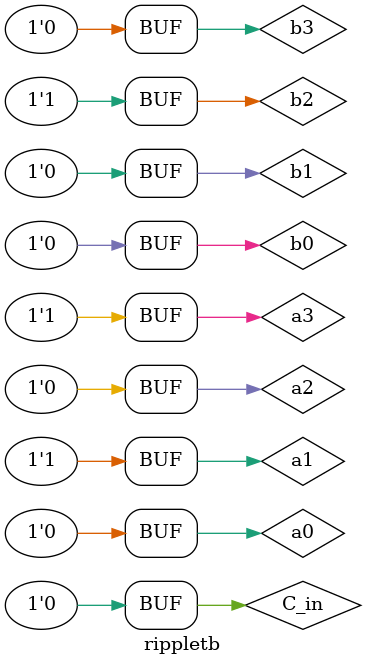
<source format=v>
module rippletb;
  reg  a0,a1,a2,a3,b0,b1,b2,b3,C_in;
  wire S0,S1,S2,S3,C_Out;     
  ripplecarry_ckt  ckt(S0,S1,S2,S3,C_out,C_in,a0,a1,a2,a3,b0,b1,b2,b3);
      initial begin
       
           $dumpfile("ripplecarry_ckt.vcd");
           $dumpvars(0,rippletb);
           $monitor(S0,S1,S2,S3,C_out,C_in,a0,a1,a2,a3,b0,b1,b2,b3);
   
         #3 C_in=1;a0=0;a1=1;a2=1;a3=0;b0=1;b1=1;b2=0;b3=0;
         #5 C_in=0;a0=0;a1=1;a2=0;a3=1;b0=0;b1=0;b2=1;b3=0;
      end
   endmodule 

</source>
